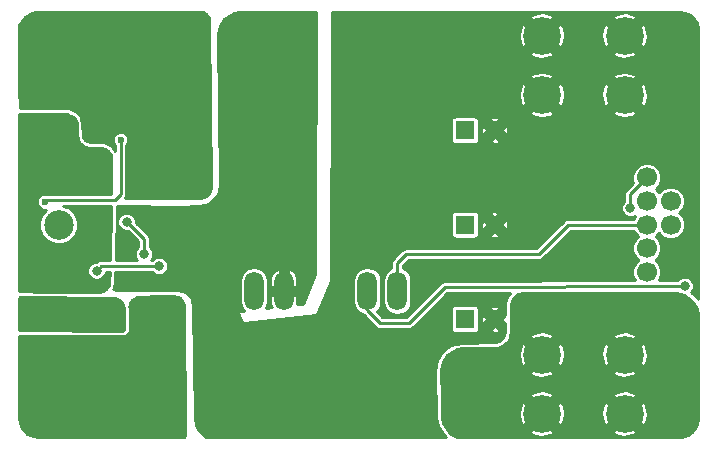
<source format=gbl>
G04 #@! TF.GenerationSoftware,KiCad,Pcbnew,(5.0.0)*
G04 #@! TF.CreationDate,2018-11-03T21:11:35-02:30*
G04 #@! TF.ProjectId,DC-DC Board,44432D444320426F6172642E6B696361,rev?*
G04 #@! TF.SameCoordinates,Original*
G04 #@! TF.FileFunction,Copper,L2,Bot,Mixed*
G04 #@! TF.FilePolarity,Positive*
%FSLAX46Y46*%
G04 Gerber Fmt 4.6, Leading zero omitted, Abs format (unit mm)*
G04 Created by KiCad (PCBNEW (5.0.0)) date 11/03/18 21:11:35*
%MOMM*%
%LPD*%
G01*
G04 APERTURE LIST*
G04 #@! TA.AperFunction,ComponentPad*
%ADD10O,1.638300X3.276600*%
G04 #@! TD*
G04 #@! TA.AperFunction,ComponentPad*
%ADD11C,1.500000*%
G04 #@! TD*
G04 #@! TA.AperFunction,ComponentPad*
%ADD12C,1.700000*%
G04 #@! TD*
G04 #@! TA.AperFunction,ComponentPad*
%ADD13C,3.500000*%
G04 #@! TD*
G04 #@! TA.AperFunction,ComponentPad*
%ADD14C,2.500000*%
G04 #@! TD*
G04 #@! TA.AperFunction,ComponentPad*
%ADD15C,3.200000*%
G04 #@! TD*
G04 #@! TA.AperFunction,ComponentPad*
%ADD16R,1.600000X1.600000*%
G04 #@! TD*
G04 #@! TA.AperFunction,ComponentPad*
%ADD17C,1.600000*%
G04 #@! TD*
G04 #@! TA.AperFunction,ViaPad*
%ADD18C,0.600000*%
G04 #@! TD*
G04 #@! TA.AperFunction,ViaPad*
%ADD19C,0.800000*%
G04 #@! TD*
G04 #@! TA.AperFunction,Conductor*
%ADD20C,0.250000*%
G04 #@! TD*
G04 #@! TA.AperFunction,Conductor*
%ADD21C,0.254000*%
G04 #@! TD*
G04 APERTURE END LIST*
D10*
G04 #@! TO.P,J6,1*
G04 #@! TO.N,VIOUT*
X91130000Y-55620000D03*
G04 #@! TO.P,J6,2*
G04 #@! TO.N,GND*
X93670000Y-55620000D03*
G04 #@! TD*
D11*
G04 #@! TO.P,U1,15*
G04 #@! TO.N,GND*
X126400000Y-54000000D03*
D12*
G04 #@! TO.P,U1,14*
G04 #@! TO.N,Net-(U1-Pad14)*
X124400000Y-54000000D03*
G04 #@! TO.P,U1,12*
G04 #@! TO.N,Net-(U1-Pad12)*
X124400000Y-52000000D03*
G04 #@! TO.P,U1,13*
G04 #@! TO.N,GND*
X126400000Y-52000000D03*
G04 #@! TO.P,U1,10*
G04 #@! TO.N,SCL*
X124400000Y-50000000D03*
G04 #@! TO.P,U1,11*
G04 #@! TO.N,SDA*
X126400000Y-50000000D03*
G04 #@! TO.P,U1,9*
G04 #@! TO.N,Net-(C3-Pad1)*
X126400000Y-48000000D03*
G04 #@! TO.P,U1,8*
G04 #@! TO.N,Net-(C4-Pad1)*
X124400000Y-48000000D03*
G04 #@! TO.P,U1,7*
G04 #@! TO.N,GND*
X126400000Y-46000000D03*
G04 #@! TO.P,U1,6*
G04 #@! TO.N,+12V*
X124400000Y-46000000D03*
D13*
G04 #@! TO.P,U1,16*
X125400000Y-57620000D03*
G04 #@! TO.P,U1,5*
G04 #@! TO.N,GND*
X125400000Y-42380000D03*
D14*
G04 #@! TO.P,U1,1*
G04 #@! TO.N,Net-(D1-Pad2)*
X74600000Y-57620000D03*
G04 #@! TO.P,U1,2*
G04 #@! TO.N,Net-(R9-Pad1)*
X74600000Y-50000000D03*
G04 #@! TO.P,U1,4*
G04 #@! TO.N,Earth*
X74600000Y-42380000D03*
G04 #@! TD*
D15*
G04 #@! TO.P,J1,1*
G04 #@! TO.N,Net-(J1-Pad1)*
X76495000Y-34000000D03*
X83505000Y-34000000D03*
X83505000Y-39000000D03*
X76495000Y-39000000D03*
G04 #@! TD*
G04 #@! TO.P,J2,1*
G04 #@! TO.N,/+48V*
X76495000Y-61000000D03*
X83505000Y-61000000D03*
X83505000Y-66000000D03*
X76495000Y-66000000D03*
G04 #@! TD*
G04 #@! TO.P,J3,1*
G04 #@! TO.N,GND*
X115495000Y-34000000D03*
X122505000Y-34000000D03*
X122505000Y-39000000D03*
X115495000Y-39000000D03*
G04 #@! TD*
G04 #@! TO.P,J4,1*
G04 #@! TO.N,+12V*
X115495000Y-61000000D03*
X122505000Y-61000000D03*
X122505000Y-66000000D03*
X115495000Y-66000000D03*
G04 #@! TD*
D16*
G04 #@! TO.P,C6,1*
G04 #@! TO.N,+12V*
X109000000Y-58000000D03*
D17*
G04 #@! TO.P,C6,2*
G04 #@! TO.N,GND*
X111500000Y-58000000D03*
G04 #@! TD*
D16*
G04 #@! TO.P,C8,1*
G04 #@! TO.N,+12V*
X109000000Y-42000000D03*
D17*
G04 #@! TO.P,C8,2*
G04 #@! TO.N,GND*
X111500000Y-42000000D03*
G04 #@! TD*
D16*
G04 #@! TO.P,C10,1*
G04 #@! TO.N,+12V*
X109000000Y-50000000D03*
D17*
G04 #@! TO.P,C10,2*
G04 #@! TO.N,GND*
X111500000Y-50000000D03*
G04 #@! TD*
D10*
G04 #@! TO.P,J5,2*
G04 #@! TO.N,SCL*
X103270000Y-55620000D03*
G04 #@! TO.P,J5,1*
G04 #@! TO.N,SDA*
X100730000Y-55620000D03*
G04 #@! TD*
D18*
G04 #@! TO.N,/+48V*
X81100000Y-58200000D03*
X82700000Y-57300000D03*
X82800000Y-58700000D03*
X81000000Y-59700000D03*
D19*
X79140000Y-61010000D03*
X80820000Y-62480000D03*
X79200000Y-65400000D03*
X80670000Y-66760000D03*
X84380000Y-63520000D03*
X75250000Y-63510000D03*
X73740000Y-67210000D03*
X72340000Y-65560000D03*
X73970000Y-64630000D03*
X72390000Y-62510000D03*
X73720000Y-60550000D03*
X81800000Y-64000000D03*
X77700000Y-63500000D03*
G04 #@! TO.N,+12V*
X123000000Y-48600008D03*
X127650000Y-66820000D03*
X125260000Y-65370000D03*
X127360000Y-62240000D03*
X125480000Y-61060000D03*
X127850000Y-59710000D03*
X124140000Y-63400000D03*
X120980000Y-63370000D03*
X117300000Y-63450000D03*
X113600000Y-63440000D03*
X118390000Y-67130000D03*
X119400000Y-64940000D03*
X119020000Y-62120000D03*
X120030000Y-60270000D03*
X117860000Y-59040000D03*
X122380000Y-58200000D03*
X116320000Y-56360000D03*
X114520000Y-58240000D03*
X112700000Y-62000000D03*
X110900000Y-63600000D03*
X108500000Y-62200000D03*
X108180000Y-64330000D03*
X111590000Y-65410000D03*
X109190000Y-66650000D03*
X112740000Y-67100000D03*
X119970000Y-57660000D03*
X122500000Y-56340000D03*
X127490000Y-64520000D03*
G04 #@! TO.N,GND*
X122000000Y-51725000D03*
X98050000Y-57900000D03*
X99800000Y-65500002D03*
X93750000Y-65050000D03*
X101900000Y-59900000D03*
X80512653Y-52612653D03*
X83290000Y-55010000D03*
X121200000Y-48500000D03*
X115210000Y-42710000D03*
X116940000Y-41480000D03*
X119430000Y-42510000D03*
X122670000Y-41650000D03*
X119000000Y-39770000D03*
X120040000Y-37890000D03*
X117190000Y-36500000D03*
X114200000Y-36540000D03*
X118410000Y-34480000D03*
X117650000Y-32830000D03*
X119880000Y-32830000D03*
X119900000Y-36000000D03*
X122174000Y-36420000D03*
X125220000Y-38550000D03*
X127840000Y-40640000D03*
X127600000Y-37800000D03*
X125984000Y-35052000D03*
X127762000Y-33528000D03*
X125580000Y-33240000D03*
X88700000Y-51925000D03*
X103825000Y-65475000D03*
X91625000Y-58775000D03*
G04 #@! TO.N,Earth*
X72750000Y-51450000D03*
X77740000Y-44000000D03*
X77760000Y-45200000D03*
X76120000Y-44820000D03*
X74440000Y-45740000D03*
X73630000Y-44330000D03*
X72350001Y-45590000D03*
X71860000Y-43390000D03*
X72500000Y-41420000D03*
G04 #@! TO.N,+3V3*
X77800000Y-53900000D03*
X83100000Y-53500000D03*
G04 #@! TO.N,SDA*
X127600000Y-55200000D03*
G04 #@! TO.N,Net-(R8-Pad2)*
X81800000Y-52500000D03*
X80350000Y-49750000D03*
D18*
G04 #@! TO.N,Net-(D1-Pad2)*
X76900000Y-58500000D03*
X76600000Y-56700000D03*
X77800000Y-57300000D03*
X78600000Y-58500000D03*
G04 #@! TO.N,Net-(Q1-Pad1)*
X79850000Y-42800000D03*
X73430000Y-48060000D03*
D19*
G04 #@! TO.N,Net-(J1-Pad1)*
X81550000Y-46070000D03*
X83990000Y-46110000D03*
X86370000Y-46100000D03*
X86350000Y-44120000D03*
X83990000Y-44090000D03*
X81520000Y-44170000D03*
X86340000Y-42370000D03*
X84050000Y-42340000D03*
X81510000Y-42370000D03*
X72000000Y-38300000D03*
X74930000Y-37084000D03*
X72000000Y-33100000D03*
X74200000Y-32600000D03*
X79830000Y-32790000D03*
X78890000Y-35600000D03*
X81120000Y-37340000D03*
X79500000Y-39890000D03*
X86480000Y-40100000D03*
X85440000Y-36720000D03*
X86500000Y-32900000D03*
X73500000Y-34500000D03*
X80700000Y-34100000D03*
X77300000Y-36600000D03*
X82500000Y-36400000D03*
X86500000Y-35200000D03*
X73500000Y-39300000D03*
X86300000Y-38000000D03*
G04 #@! TD*
D20*
G04 #@! TO.N,+12V*
X124400000Y-46000000D02*
X123000000Y-47400000D01*
X123000000Y-47400000D02*
X123000000Y-48034323D01*
X123000000Y-48034323D02*
X123000000Y-48600008D01*
G04 #@! TO.N,Earth*
X73350001Y-43629999D02*
X74600000Y-42380000D01*
X72350001Y-51050001D02*
X72350001Y-45590000D01*
X72750000Y-51450000D02*
X72350001Y-51050001D01*
X72350001Y-44629999D02*
X73350001Y-43629999D01*
X72350001Y-45590000D02*
X72350001Y-44629999D01*
G04 #@! TO.N,+3V3*
X78199999Y-53500001D02*
X77800000Y-53900000D01*
X83100000Y-53500000D02*
X78199999Y-53500001D01*
G04 #@! TO.N,SDA*
X107300000Y-55275000D02*
X127600000Y-55200000D01*
X104250000Y-58325000D02*
X107300000Y-55275000D01*
X101800000Y-58325000D02*
X104250000Y-58325000D01*
X100730000Y-55620000D02*
X100730000Y-57255000D01*
X100730000Y-57255000D02*
X101800000Y-58325000D01*
G04 #@! TO.N,SCL*
X117750000Y-50000000D02*
X124400000Y-50000000D01*
X115250000Y-52500000D02*
X117750000Y-50000000D01*
X104011700Y-52500000D02*
X115250000Y-52500000D01*
X103270000Y-53241700D02*
X103270000Y-55620000D01*
X104011700Y-52500000D02*
X103270000Y-53241700D01*
G04 #@! TO.N,Net-(R8-Pad2)*
X81800000Y-52500000D02*
X81800000Y-51200000D01*
X81800000Y-51200000D02*
X80749999Y-50149999D01*
X80749999Y-50149999D02*
X80350000Y-49750000D01*
G04 #@! TO.N,Net-(Q1-Pad1)*
X73590000Y-47900000D02*
X73430000Y-48060000D01*
X79360000Y-47900000D02*
X73590000Y-47900000D01*
X79850000Y-42800000D02*
X79850000Y-47410000D01*
X79850000Y-47410000D02*
X79360000Y-47900000D01*
G04 #@! TD*
D21*
G04 #@! TO.N,GND*
G36*
X96298002Y-51249306D02*
X96298005Y-51251085D01*
X96322791Y-54151063D01*
X95310138Y-56682696D01*
X94816150Y-56740812D01*
X94816150Y-55993000D01*
X94043000Y-55993000D01*
X94043000Y-56013000D01*
X93297000Y-56013000D01*
X93297000Y-55993000D01*
X92523850Y-55993000D01*
X92523850Y-56812150D01*
X92628169Y-56998222D01*
X92158083Y-57053526D01*
X92256748Y-56905864D01*
X92326150Y-56556956D01*
X92326150Y-54683044D01*
X92275389Y-54427850D01*
X92523850Y-54427850D01*
X92523850Y-55247000D01*
X93297000Y-55247000D01*
X93297000Y-53803946D01*
X94043000Y-53803946D01*
X94043000Y-55247000D01*
X94816150Y-55247000D01*
X94816150Y-54427850D01*
X94586164Y-54017630D01*
X94207945Y-53788785D01*
X94043000Y-53803946D01*
X93297000Y-53803946D01*
X93132055Y-53788785D01*
X92753836Y-54017630D01*
X92523850Y-54427850D01*
X92275389Y-54427850D01*
X92256748Y-54334136D01*
X91992375Y-53938475D01*
X91596713Y-53674102D01*
X91130000Y-53581267D01*
X90663286Y-53674102D01*
X90267625Y-53938475D01*
X90003252Y-54334137D01*
X89933850Y-54683045D01*
X89933850Y-56556956D01*
X90003253Y-56905864D01*
X90251772Y-57277798D01*
X89860161Y-57323870D01*
X89819684Y-57335680D01*
X89780146Y-57365550D01*
X89755049Y-57408278D01*
X89748213Y-57457357D01*
X89760680Y-57505316D01*
X90135680Y-58280316D01*
X90170975Y-58324419D01*
X90215036Y-58347092D01*
X90264420Y-58351179D01*
X96389420Y-57651179D01*
X96423058Y-57642556D01*
X96464386Y-57615217D01*
X96492107Y-57574143D01*
X97667107Y-54774143D01*
X97676999Y-54725396D01*
X97694230Y-49200000D01*
X107815615Y-49200000D01*
X107815615Y-50800000D01*
X107844875Y-50947098D01*
X107928199Y-51071801D01*
X108052902Y-51155125D01*
X108200000Y-51184385D01*
X109800000Y-51184385D01*
X109947098Y-51155125D01*
X110071801Y-51071801D01*
X110139234Y-50970880D01*
X111056622Y-50970880D01*
X111162926Y-51098528D01*
X111608973Y-51143900D01*
X111837074Y-51098528D01*
X111943378Y-50970880D01*
X111500000Y-50527502D01*
X111056622Y-50970880D01*
X110139234Y-50970880D01*
X110155125Y-50947098D01*
X110184385Y-50800000D01*
X110184385Y-50108973D01*
X110356100Y-50108973D01*
X110401472Y-50337074D01*
X110529120Y-50443378D01*
X110972498Y-50000000D01*
X112027502Y-50000000D01*
X112470880Y-50443378D01*
X112598528Y-50337074D01*
X112643900Y-49891027D01*
X112598528Y-49662926D01*
X112470880Y-49556622D01*
X112027502Y-50000000D01*
X110972498Y-50000000D01*
X110529120Y-49556622D01*
X110401472Y-49662926D01*
X110356100Y-50108973D01*
X110184385Y-50108973D01*
X110184385Y-49200000D01*
X110155125Y-49052902D01*
X110139235Y-49029120D01*
X111056622Y-49029120D01*
X111500000Y-49472498D01*
X111943378Y-49029120D01*
X111837074Y-48901472D01*
X111391027Y-48856100D01*
X111162926Y-48901472D01*
X111056622Y-49029120D01*
X110139235Y-49029120D01*
X110071801Y-48928199D01*
X109947098Y-48844875D01*
X109800000Y-48815615D01*
X108200000Y-48815615D01*
X108052902Y-48844875D01*
X107928199Y-48928199D01*
X107844875Y-49052902D01*
X107815615Y-49200000D01*
X97694230Y-49200000D01*
X97719178Y-41200000D01*
X107815615Y-41200000D01*
X107815615Y-42800000D01*
X107844875Y-42947098D01*
X107928199Y-43071801D01*
X108052902Y-43155125D01*
X108200000Y-43184385D01*
X109800000Y-43184385D01*
X109947098Y-43155125D01*
X110071801Y-43071801D01*
X110139234Y-42970880D01*
X111056622Y-42970880D01*
X111162926Y-43098528D01*
X111608973Y-43143900D01*
X111837074Y-43098528D01*
X111943378Y-42970880D01*
X111500000Y-42527502D01*
X111056622Y-42970880D01*
X110139234Y-42970880D01*
X110155125Y-42947098D01*
X110184385Y-42800000D01*
X110184385Y-42108973D01*
X110356100Y-42108973D01*
X110401472Y-42337074D01*
X110529120Y-42443378D01*
X110972498Y-42000000D01*
X112027502Y-42000000D01*
X112470880Y-42443378D01*
X112598528Y-42337074D01*
X112643900Y-41891027D01*
X112598528Y-41662926D01*
X112470880Y-41556622D01*
X112027502Y-42000000D01*
X110972498Y-42000000D01*
X110529120Y-41556622D01*
X110401472Y-41662926D01*
X110356100Y-42108973D01*
X110184385Y-42108973D01*
X110184385Y-41200000D01*
X110155125Y-41052902D01*
X110139235Y-41029120D01*
X111056622Y-41029120D01*
X111500000Y-41472498D01*
X111943378Y-41029120D01*
X111837074Y-40901472D01*
X111391027Y-40856100D01*
X111162926Y-40901472D01*
X111056622Y-41029120D01*
X110139235Y-41029120D01*
X110071801Y-40928199D01*
X109947098Y-40844875D01*
X109800000Y-40815615D01*
X108200000Y-40815615D01*
X108052902Y-40844875D01*
X107928199Y-40928199D01*
X107844875Y-41052902D01*
X107815615Y-41200000D01*
X97719178Y-41200000D01*
X97721146Y-40568850D01*
X114453652Y-40568850D01*
X114662914Y-40779854D01*
X115407373Y-40962796D01*
X116165173Y-40846920D01*
X116327086Y-40779854D01*
X116536348Y-40568850D01*
X121463652Y-40568850D01*
X121672914Y-40779854D01*
X122417373Y-40962796D01*
X123175173Y-40846920D01*
X123337086Y-40779854D01*
X123546348Y-40568850D01*
X122505000Y-39527502D01*
X121463652Y-40568850D01*
X116536348Y-40568850D01*
X115495000Y-39527502D01*
X114453652Y-40568850D01*
X97721146Y-40568850D01*
X97726312Y-38912373D01*
X113532204Y-38912373D01*
X113648080Y-39670173D01*
X113715146Y-39832086D01*
X113926150Y-40041348D01*
X114967498Y-39000000D01*
X116022502Y-39000000D01*
X117063850Y-40041348D01*
X117274854Y-39832086D01*
X117457796Y-39087627D01*
X117430998Y-38912373D01*
X120542204Y-38912373D01*
X120658080Y-39670173D01*
X120725146Y-39832086D01*
X120936150Y-40041348D01*
X121977498Y-39000000D01*
X123032502Y-39000000D01*
X124073850Y-40041348D01*
X124284854Y-39832086D01*
X124467796Y-39087627D01*
X124351920Y-38329827D01*
X124284854Y-38167914D01*
X124073850Y-37958652D01*
X123032502Y-39000000D01*
X121977498Y-39000000D01*
X120936150Y-37958652D01*
X120725146Y-38167914D01*
X120542204Y-38912373D01*
X117430998Y-38912373D01*
X117341920Y-38329827D01*
X117274854Y-38167914D01*
X117063850Y-37958652D01*
X116022502Y-39000000D01*
X114967498Y-39000000D01*
X113926150Y-37958652D01*
X113715146Y-38167914D01*
X113532204Y-38912373D01*
X97726312Y-38912373D01*
X97730931Y-37431150D01*
X114453652Y-37431150D01*
X115495000Y-38472498D01*
X116536348Y-37431150D01*
X121463652Y-37431150D01*
X122505000Y-38472498D01*
X123546348Y-37431150D01*
X123337086Y-37220146D01*
X122592627Y-37037204D01*
X121834827Y-37153080D01*
X121672914Y-37220146D01*
X121463652Y-37431150D01*
X116536348Y-37431150D01*
X116327086Y-37220146D01*
X115582627Y-37037204D01*
X114824827Y-37153080D01*
X114662914Y-37220146D01*
X114453652Y-37431150D01*
X97730931Y-37431150D01*
X97736738Y-35568850D01*
X114453652Y-35568850D01*
X114662914Y-35779854D01*
X115407373Y-35962796D01*
X116165173Y-35846920D01*
X116327086Y-35779854D01*
X116536348Y-35568850D01*
X121463652Y-35568850D01*
X121672914Y-35779854D01*
X122417373Y-35962796D01*
X123175173Y-35846920D01*
X123337086Y-35779854D01*
X123546348Y-35568850D01*
X122505000Y-34527502D01*
X121463652Y-35568850D01*
X116536348Y-35568850D01*
X115495000Y-34527502D01*
X114453652Y-35568850D01*
X97736738Y-35568850D01*
X97741904Y-33912373D01*
X113532204Y-33912373D01*
X113648080Y-34670173D01*
X113715146Y-34832086D01*
X113926150Y-35041348D01*
X114967498Y-34000000D01*
X116022502Y-34000000D01*
X117063850Y-35041348D01*
X117274854Y-34832086D01*
X117457796Y-34087627D01*
X117430998Y-33912373D01*
X120542204Y-33912373D01*
X120658080Y-34670173D01*
X120725146Y-34832086D01*
X120936150Y-35041348D01*
X121977498Y-34000000D01*
X123032502Y-34000000D01*
X124073850Y-35041348D01*
X124284854Y-34832086D01*
X124467796Y-34087627D01*
X124351920Y-33329827D01*
X124284854Y-33167914D01*
X124073850Y-32958652D01*
X123032502Y-34000000D01*
X121977498Y-34000000D01*
X120936150Y-32958652D01*
X120725146Y-33167914D01*
X120542204Y-33912373D01*
X117430998Y-33912373D01*
X117341920Y-33329827D01*
X117274854Y-33167914D01*
X117063850Y-32958652D01*
X116022502Y-34000000D01*
X114967498Y-34000000D01*
X113926150Y-32958652D01*
X113715146Y-33167914D01*
X113532204Y-33912373D01*
X97741904Y-33912373D01*
X97746523Y-32431150D01*
X114453652Y-32431150D01*
X115495000Y-33472498D01*
X116536348Y-32431150D01*
X121463652Y-32431150D01*
X122505000Y-33472498D01*
X123546348Y-32431150D01*
X123337086Y-32220146D01*
X122592627Y-32037204D01*
X121834827Y-32153080D01*
X121672914Y-32220146D01*
X121463652Y-32431150D01*
X116536348Y-32431150D01*
X116327086Y-32220146D01*
X115582627Y-32037204D01*
X114824827Y-32153080D01*
X114662914Y-32220146D01*
X114453652Y-32431150D01*
X97746523Y-32431150D01*
X97747753Y-32037000D01*
X127167798Y-32037000D01*
X127633178Y-32103647D01*
X128031533Y-32284769D01*
X128363041Y-32570415D01*
X128601054Y-32937623D01*
X128730914Y-33371846D01*
X128748000Y-33601769D01*
X128748001Y-56306486D01*
X128700630Y-56242425D01*
X128259020Y-55806961D01*
X128164056Y-55738776D01*
X128161405Y-55737439D01*
X128258709Y-55640135D01*
X128377000Y-55354555D01*
X128377000Y-55045445D01*
X128258709Y-54759865D01*
X128040135Y-54541291D01*
X127754555Y-54423000D01*
X127445445Y-54423000D01*
X127159865Y-54541291D01*
X127000946Y-54700210D01*
X125429222Y-54706017D01*
X125440200Y-54695039D01*
X125627000Y-54244065D01*
X125627000Y-53755935D01*
X125440200Y-53304961D01*
X125135239Y-53000000D01*
X125440200Y-52695039D01*
X125627000Y-52244065D01*
X125627000Y-51755935D01*
X125440200Y-51304961D01*
X125135239Y-51000000D01*
X125400000Y-50735239D01*
X125704961Y-51040200D01*
X126155935Y-51227000D01*
X126644065Y-51227000D01*
X127095039Y-51040200D01*
X127440200Y-50695039D01*
X127627000Y-50244065D01*
X127627000Y-49755935D01*
X127440200Y-49304961D01*
X127135239Y-49000000D01*
X127440200Y-48695039D01*
X127627000Y-48244065D01*
X127627000Y-47755935D01*
X127440200Y-47304961D01*
X127095039Y-46959800D01*
X126644065Y-46773000D01*
X126155935Y-46773000D01*
X125704961Y-46959800D01*
X125400000Y-47264761D01*
X125135239Y-47000000D01*
X125440200Y-46695039D01*
X125627000Y-46244065D01*
X125627000Y-45755935D01*
X125440200Y-45304961D01*
X125095039Y-44959800D01*
X124644065Y-44773000D01*
X124155935Y-44773000D01*
X123704961Y-44959800D01*
X123359800Y-45304961D01*
X123173000Y-45755935D01*
X123173000Y-46244065D01*
X123252960Y-46437105D01*
X122679993Y-47010073D01*
X122638079Y-47038079D01*
X122527127Y-47204131D01*
X122498000Y-47350562D01*
X122498000Y-47350566D01*
X122488167Y-47400000D01*
X122498000Y-47449434D01*
X122498001Y-47984881D01*
X122498000Y-47984885D01*
X122498000Y-48003164D01*
X122341291Y-48159873D01*
X122223000Y-48445453D01*
X122223000Y-48754563D01*
X122341291Y-49040143D01*
X122559865Y-49258717D01*
X122845445Y-49377008D01*
X123154555Y-49377008D01*
X123381938Y-49282823D01*
X123359800Y-49304961D01*
X123279840Y-49498000D01*
X117799434Y-49498000D01*
X117750000Y-49488167D01*
X117700566Y-49498000D01*
X117700561Y-49498000D01*
X117554130Y-49527127D01*
X117388079Y-49638079D01*
X117360075Y-49679990D01*
X115042066Y-51998000D01*
X104061133Y-51998000D01*
X104011699Y-51988167D01*
X103962265Y-51998000D01*
X103962261Y-51998000D01*
X103815830Y-52027127D01*
X103815828Y-52027128D01*
X103815829Y-52027128D01*
X103691690Y-52110074D01*
X103691687Y-52110077D01*
X103649779Y-52138079D01*
X103621776Y-52179988D01*
X102949993Y-52851773D01*
X102908079Y-52879779D01*
X102797127Y-53045831D01*
X102768000Y-53192262D01*
X102768000Y-53192266D01*
X102758167Y-53241700D01*
X102768000Y-53291134D01*
X102768000Y-53697679D01*
X102407625Y-53938475D01*
X102143252Y-54334137D01*
X102073850Y-54683045D01*
X102073850Y-56556956D01*
X102143253Y-56905864D01*
X102407626Y-57301525D01*
X102803287Y-57565898D01*
X103270000Y-57658733D01*
X103736714Y-57565898D01*
X104132375Y-57301525D01*
X104396748Y-56905864D01*
X104466150Y-56556956D01*
X104466150Y-54683044D01*
X104396748Y-54334136D01*
X104132375Y-53938475D01*
X103772000Y-53697680D01*
X103772000Y-53449634D01*
X104219636Y-53002000D01*
X115200566Y-53002000D01*
X115250000Y-53011833D01*
X115299434Y-53002000D01*
X115299439Y-53002000D01*
X115445870Y-52972873D01*
X115611921Y-52861921D01*
X115639927Y-52820007D01*
X117957935Y-50502000D01*
X123279840Y-50502000D01*
X123359800Y-50695039D01*
X123664761Y-51000000D01*
X123359800Y-51304961D01*
X123173000Y-51755935D01*
X123173000Y-52244065D01*
X123359800Y-52695039D01*
X123664761Y-53000000D01*
X123359800Y-53304961D01*
X123173000Y-53755935D01*
X123173000Y-54244065D01*
X123359800Y-54695039D01*
X123378355Y-54713594D01*
X107348519Y-54772818D01*
X107299999Y-54763167D01*
X107249642Y-54773184D01*
X107248707Y-54773187D01*
X107201136Y-54782832D01*
X107104129Y-54802128D01*
X107103329Y-54802663D01*
X107102385Y-54802854D01*
X107020434Y-54858051D01*
X106979990Y-54885075D01*
X106979326Y-54885739D01*
X106936745Y-54914419D01*
X106909415Y-54955650D01*
X104042066Y-57823000D01*
X102007935Y-57823000D01*
X101528883Y-57343949D01*
X101592375Y-57301525D01*
X101856748Y-56905864D01*
X101926150Y-56556956D01*
X101926150Y-54683044D01*
X101856748Y-54334136D01*
X101592375Y-53938475D01*
X101196713Y-53674102D01*
X100730000Y-53581267D01*
X100263286Y-53674102D01*
X99867625Y-53938475D01*
X99603252Y-54334137D01*
X99533850Y-54683045D01*
X99533850Y-56556956D01*
X99603253Y-56905864D01*
X99867626Y-57301525D01*
X100263287Y-57565898D01*
X100344825Y-57582117D01*
X100368080Y-57616921D01*
X100409991Y-57644925D01*
X101410075Y-58645010D01*
X101438079Y-58686921D01*
X101479990Y-58714925D01*
X101479991Y-58714926D01*
X101604129Y-58797873D01*
X101635329Y-58804079D01*
X101750561Y-58827000D01*
X101750565Y-58827000D01*
X101800000Y-58836833D01*
X101849435Y-58827000D01*
X104200566Y-58827000D01*
X104250000Y-58836833D01*
X104299434Y-58827000D01*
X104299439Y-58827000D01*
X104445870Y-58797873D01*
X104611921Y-58686921D01*
X104639927Y-58645007D01*
X106084934Y-57200000D01*
X107815615Y-57200000D01*
X107815615Y-58800000D01*
X107844875Y-58947098D01*
X107928199Y-59071801D01*
X108052902Y-59155125D01*
X108200000Y-59184385D01*
X109800000Y-59184385D01*
X109947098Y-59155125D01*
X110071801Y-59071801D01*
X110139234Y-58970880D01*
X111056622Y-58970880D01*
X111162926Y-59098528D01*
X111608973Y-59143900D01*
X111837074Y-59098528D01*
X111943378Y-58970880D01*
X111500000Y-58527502D01*
X111056622Y-58970880D01*
X110139234Y-58970880D01*
X110155125Y-58947098D01*
X110184385Y-58800000D01*
X110184385Y-58108973D01*
X110356100Y-58108973D01*
X110401472Y-58337074D01*
X110529120Y-58443378D01*
X110972498Y-58000000D01*
X110529120Y-57556622D01*
X110401472Y-57662926D01*
X110356100Y-58108973D01*
X110184385Y-58108973D01*
X110184385Y-57200000D01*
X110155125Y-57052902D01*
X110139235Y-57029120D01*
X111056622Y-57029120D01*
X111500000Y-57472498D01*
X111943378Y-57029120D01*
X111837074Y-56901472D01*
X111391027Y-56856100D01*
X111162926Y-56901472D01*
X111056622Y-57029120D01*
X110139235Y-57029120D01*
X110071801Y-56928199D01*
X109947098Y-56844875D01*
X109800000Y-56815615D01*
X108200000Y-56815615D01*
X108052902Y-56844875D01*
X107928199Y-56928199D01*
X107844875Y-57052902D01*
X107815615Y-57200000D01*
X106084934Y-57200000D01*
X107508703Y-55776232D01*
X112845849Y-55756513D01*
X112799006Y-55802872D01*
X112562673Y-56151646D01*
X112505699Y-56286220D01*
X112419754Y-56698664D01*
X112411846Y-56771654D01*
X112402985Y-57624517D01*
X112027502Y-58000000D01*
X112400651Y-58373149D01*
X112400651Y-59027008D01*
X112330160Y-59386278D01*
X112149637Y-59661073D01*
X111878659Y-59847283D01*
X111520933Y-59925242D01*
X108784765Y-59982246D01*
X108735397Y-59986532D01*
X108216835Y-60066162D01*
X108121899Y-60093863D01*
X107641887Y-60305607D01*
X107557422Y-60357044D01*
X107148990Y-60686332D01*
X107080806Y-60757965D01*
X106772059Y-61182139D01*
X106724851Y-61269038D01*
X106537035Y-61758908D01*
X106514048Y-61855094D01*
X106460087Y-62376951D01*
X106458241Y-62426471D01*
X106568200Y-66283260D01*
X106574269Y-66340726D01*
X106684871Y-66941944D01*
X106722795Y-67050756D01*
X107009837Y-67590480D01*
X107078857Y-67682754D01*
X107364904Y-67963000D01*
X87083660Y-67963000D01*
X86864233Y-67847856D01*
X86461183Y-67440556D01*
X86200259Y-66930390D01*
X86104301Y-66355432D01*
X85993820Y-56894430D01*
X85991129Y-56869865D01*
X85889057Y-56382775D01*
X85869836Y-56337497D01*
X85590332Y-55925728D01*
X85555347Y-55891149D01*
X85140343Y-55616473D01*
X85094844Y-55597782D01*
X84606595Y-55501404D01*
X84582000Y-55499000D01*
X79470025Y-55499000D01*
X79206897Y-55464451D01*
X79246519Y-55406428D01*
X79303863Y-55272590D01*
X79384550Y-54894887D01*
X79392820Y-54822207D01*
X79406049Y-54002000D01*
X82503155Y-54001999D01*
X82659865Y-54158709D01*
X82945445Y-54277000D01*
X83254555Y-54277000D01*
X83540135Y-54158709D01*
X83758709Y-53940135D01*
X83877000Y-53654555D01*
X83877000Y-53345445D01*
X83758709Y-53059865D01*
X83540135Y-52841291D01*
X83254555Y-52723000D01*
X82945445Y-52723000D01*
X82659865Y-52841291D01*
X82503156Y-52998000D01*
X82400844Y-52998000D01*
X82458709Y-52940135D01*
X82577000Y-52654555D01*
X82577000Y-52345445D01*
X82458709Y-52059865D01*
X82302000Y-51903156D01*
X82302000Y-51249434D01*
X82311833Y-51200000D01*
X82302000Y-51150566D01*
X82302000Y-51150561D01*
X82272873Y-51004130D01*
X82161921Y-50838079D01*
X82120010Y-50810075D01*
X81139927Y-49829993D01*
X81139925Y-49829990D01*
X81127000Y-49817065D01*
X81127000Y-49595445D01*
X81008709Y-49309865D01*
X80790135Y-49091291D01*
X80504555Y-48973000D01*
X80195445Y-48973000D01*
X79909865Y-49091291D01*
X79691291Y-49309865D01*
X79573000Y-49595445D01*
X79573000Y-49904555D01*
X79691291Y-50190135D01*
X79909865Y-50408709D01*
X80195445Y-50527000D01*
X80417065Y-50527000D01*
X80429990Y-50539925D01*
X80429993Y-50539927D01*
X81298001Y-51407936D01*
X81298000Y-51903156D01*
X81141291Y-52059865D01*
X81023000Y-52345445D01*
X81023000Y-52654555D01*
X81141291Y-52940135D01*
X81199157Y-52998001D01*
X79422243Y-52998001D01*
X79495540Y-48453568D01*
X79993470Y-48438188D01*
X80069370Y-48437332D01*
X84809289Y-48476749D01*
X84811172Y-48476750D01*
X84870476Y-48476364D01*
X84872359Y-48476338D01*
X86482710Y-48441971D01*
X86502402Y-48440009D01*
X87009605Y-48349115D01*
X87046893Y-48336204D01*
X87501716Y-48094019D01*
X87533242Y-48070287D01*
X87891775Y-47700191D01*
X87914495Y-47667929D01*
X88142127Y-47205651D01*
X88153847Y-47167971D01*
X88228601Y-46658139D01*
X88229938Y-46638395D01*
X88097878Y-33937242D01*
X88157644Y-33443730D01*
X88339982Y-32990301D01*
X88633477Y-32599523D01*
X89018117Y-32298035D01*
X89467689Y-32106384D01*
X89956020Y-32037000D01*
X96402971Y-32037000D01*
X96298002Y-51249306D01*
X96298002Y-51249306D01*
G37*
X96298002Y-51249306D02*
X96298005Y-51251085D01*
X96322791Y-54151063D01*
X95310138Y-56682696D01*
X94816150Y-56740812D01*
X94816150Y-55993000D01*
X94043000Y-55993000D01*
X94043000Y-56013000D01*
X93297000Y-56013000D01*
X93297000Y-55993000D01*
X92523850Y-55993000D01*
X92523850Y-56812150D01*
X92628169Y-56998222D01*
X92158083Y-57053526D01*
X92256748Y-56905864D01*
X92326150Y-56556956D01*
X92326150Y-54683044D01*
X92275389Y-54427850D01*
X92523850Y-54427850D01*
X92523850Y-55247000D01*
X93297000Y-55247000D01*
X93297000Y-53803946D01*
X94043000Y-53803946D01*
X94043000Y-55247000D01*
X94816150Y-55247000D01*
X94816150Y-54427850D01*
X94586164Y-54017630D01*
X94207945Y-53788785D01*
X94043000Y-53803946D01*
X93297000Y-53803946D01*
X93132055Y-53788785D01*
X92753836Y-54017630D01*
X92523850Y-54427850D01*
X92275389Y-54427850D01*
X92256748Y-54334136D01*
X91992375Y-53938475D01*
X91596713Y-53674102D01*
X91130000Y-53581267D01*
X90663286Y-53674102D01*
X90267625Y-53938475D01*
X90003252Y-54334137D01*
X89933850Y-54683045D01*
X89933850Y-56556956D01*
X90003253Y-56905864D01*
X90251772Y-57277798D01*
X89860161Y-57323870D01*
X89819684Y-57335680D01*
X89780146Y-57365550D01*
X89755049Y-57408278D01*
X89748213Y-57457357D01*
X89760680Y-57505316D01*
X90135680Y-58280316D01*
X90170975Y-58324419D01*
X90215036Y-58347092D01*
X90264420Y-58351179D01*
X96389420Y-57651179D01*
X96423058Y-57642556D01*
X96464386Y-57615217D01*
X96492107Y-57574143D01*
X97667107Y-54774143D01*
X97676999Y-54725396D01*
X97694230Y-49200000D01*
X107815615Y-49200000D01*
X107815615Y-50800000D01*
X107844875Y-50947098D01*
X107928199Y-51071801D01*
X108052902Y-51155125D01*
X108200000Y-51184385D01*
X109800000Y-51184385D01*
X109947098Y-51155125D01*
X110071801Y-51071801D01*
X110139234Y-50970880D01*
X111056622Y-50970880D01*
X111162926Y-51098528D01*
X111608973Y-51143900D01*
X111837074Y-51098528D01*
X111943378Y-50970880D01*
X111500000Y-50527502D01*
X111056622Y-50970880D01*
X110139234Y-50970880D01*
X110155125Y-50947098D01*
X110184385Y-50800000D01*
X110184385Y-50108973D01*
X110356100Y-50108973D01*
X110401472Y-50337074D01*
X110529120Y-50443378D01*
X110972498Y-50000000D01*
X112027502Y-50000000D01*
X112470880Y-50443378D01*
X112598528Y-50337074D01*
X112643900Y-49891027D01*
X112598528Y-49662926D01*
X112470880Y-49556622D01*
X112027502Y-50000000D01*
X110972498Y-50000000D01*
X110529120Y-49556622D01*
X110401472Y-49662926D01*
X110356100Y-50108973D01*
X110184385Y-50108973D01*
X110184385Y-49200000D01*
X110155125Y-49052902D01*
X110139235Y-49029120D01*
X111056622Y-49029120D01*
X111500000Y-49472498D01*
X111943378Y-49029120D01*
X111837074Y-48901472D01*
X111391027Y-48856100D01*
X111162926Y-48901472D01*
X111056622Y-49029120D01*
X110139235Y-49029120D01*
X110071801Y-48928199D01*
X109947098Y-48844875D01*
X109800000Y-48815615D01*
X108200000Y-48815615D01*
X108052902Y-48844875D01*
X107928199Y-48928199D01*
X107844875Y-49052902D01*
X107815615Y-49200000D01*
X97694230Y-49200000D01*
X97719178Y-41200000D01*
X107815615Y-41200000D01*
X107815615Y-42800000D01*
X107844875Y-42947098D01*
X107928199Y-43071801D01*
X108052902Y-43155125D01*
X108200000Y-43184385D01*
X109800000Y-43184385D01*
X109947098Y-43155125D01*
X110071801Y-43071801D01*
X110139234Y-42970880D01*
X111056622Y-42970880D01*
X111162926Y-43098528D01*
X111608973Y-43143900D01*
X111837074Y-43098528D01*
X111943378Y-42970880D01*
X111500000Y-42527502D01*
X111056622Y-42970880D01*
X110139234Y-42970880D01*
X110155125Y-42947098D01*
X110184385Y-42800000D01*
X110184385Y-42108973D01*
X110356100Y-42108973D01*
X110401472Y-42337074D01*
X110529120Y-42443378D01*
X110972498Y-42000000D01*
X112027502Y-42000000D01*
X112470880Y-42443378D01*
X112598528Y-42337074D01*
X112643900Y-41891027D01*
X112598528Y-41662926D01*
X112470880Y-41556622D01*
X112027502Y-42000000D01*
X110972498Y-42000000D01*
X110529120Y-41556622D01*
X110401472Y-41662926D01*
X110356100Y-42108973D01*
X110184385Y-42108973D01*
X110184385Y-41200000D01*
X110155125Y-41052902D01*
X110139235Y-41029120D01*
X111056622Y-41029120D01*
X111500000Y-41472498D01*
X111943378Y-41029120D01*
X111837074Y-40901472D01*
X111391027Y-40856100D01*
X111162926Y-40901472D01*
X111056622Y-41029120D01*
X110139235Y-41029120D01*
X110071801Y-40928199D01*
X109947098Y-40844875D01*
X109800000Y-40815615D01*
X108200000Y-40815615D01*
X108052902Y-40844875D01*
X107928199Y-40928199D01*
X107844875Y-41052902D01*
X107815615Y-41200000D01*
X97719178Y-41200000D01*
X97721146Y-40568850D01*
X114453652Y-40568850D01*
X114662914Y-40779854D01*
X115407373Y-40962796D01*
X116165173Y-40846920D01*
X116327086Y-40779854D01*
X116536348Y-40568850D01*
X121463652Y-40568850D01*
X121672914Y-40779854D01*
X122417373Y-40962796D01*
X123175173Y-40846920D01*
X123337086Y-40779854D01*
X123546348Y-40568850D01*
X122505000Y-39527502D01*
X121463652Y-40568850D01*
X116536348Y-40568850D01*
X115495000Y-39527502D01*
X114453652Y-40568850D01*
X97721146Y-40568850D01*
X97726312Y-38912373D01*
X113532204Y-38912373D01*
X113648080Y-39670173D01*
X113715146Y-39832086D01*
X113926150Y-40041348D01*
X114967498Y-39000000D01*
X116022502Y-39000000D01*
X117063850Y-40041348D01*
X117274854Y-39832086D01*
X117457796Y-39087627D01*
X117430998Y-38912373D01*
X120542204Y-38912373D01*
X120658080Y-39670173D01*
X120725146Y-39832086D01*
X120936150Y-40041348D01*
X121977498Y-39000000D01*
X123032502Y-39000000D01*
X124073850Y-40041348D01*
X124284854Y-39832086D01*
X124467796Y-39087627D01*
X124351920Y-38329827D01*
X124284854Y-38167914D01*
X124073850Y-37958652D01*
X123032502Y-39000000D01*
X121977498Y-39000000D01*
X120936150Y-37958652D01*
X120725146Y-38167914D01*
X120542204Y-38912373D01*
X117430998Y-38912373D01*
X117341920Y-38329827D01*
X117274854Y-38167914D01*
X117063850Y-37958652D01*
X116022502Y-39000000D01*
X114967498Y-39000000D01*
X113926150Y-37958652D01*
X113715146Y-38167914D01*
X113532204Y-38912373D01*
X97726312Y-38912373D01*
X97730931Y-37431150D01*
X114453652Y-37431150D01*
X115495000Y-38472498D01*
X116536348Y-37431150D01*
X121463652Y-37431150D01*
X122505000Y-38472498D01*
X123546348Y-37431150D01*
X123337086Y-37220146D01*
X122592627Y-37037204D01*
X121834827Y-37153080D01*
X121672914Y-37220146D01*
X121463652Y-37431150D01*
X116536348Y-37431150D01*
X116327086Y-37220146D01*
X115582627Y-37037204D01*
X114824827Y-37153080D01*
X114662914Y-37220146D01*
X114453652Y-37431150D01*
X97730931Y-37431150D01*
X97736738Y-35568850D01*
X114453652Y-35568850D01*
X114662914Y-35779854D01*
X115407373Y-35962796D01*
X116165173Y-35846920D01*
X116327086Y-35779854D01*
X116536348Y-35568850D01*
X121463652Y-35568850D01*
X121672914Y-35779854D01*
X122417373Y-35962796D01*
X123175173Y-35846920D01*
X123337086Y-35779854D01*
X123546348Y-35568850D01*
X122505000Y-34527502D01*
X121463652Y-35568850D01*
X116536348Y-35568850D01*
X115495000Y-34527502D01*
X114453652Y-35568850D01*
X97736738Y-35568850D01*
X97741904Y-33912373D01*
X113532204Y-33912373D01*
X113648080Y-34670173D01*
X113715146Y-34832086D01*
X113926150Y-35041348D01*
X114967498Y-34000000D01*
X116022502Y-34000000D01*
X117063850Y-35041348D01*
X117274854Y-34832086D01*
X117457796Y-34087627D01*
X117430998Y-33912373D01*
X120542204Y-33912373D01*
X120658080Y-34670173D01*
X120725146Y-34832086D01*
X120936150Y-35041348D01*
X121977498Y-34000000D01*
X123032502Y-34000000D01*
X124073850Y-35041348D01*
X124284854Y-34832086D01*
X124467796Y-34087627D01*
X124351920Y-33329827D01*
X124284854Y-33167914D01*
X124073850Y-32958652D01*
X123032502Y-34000000D01*
X121977498Y-34000000D01*
X120936150Y-32958652D01*
X120725146Y-33167914D01*
X120542204Y-33912373D01*
X117430998Y-33912373D01*
X117341920Y-33329827D01*
X117274854Y-33167914D01*
X117063850Y-32958652D01*
X116022502Y-34000000D01*
X114967498Y-34000000D01*
X113926150Y-32958652D01*
X113715146Y-33167914D01*
X113532204Y-33912373D01*
X97741904Y-33912373D01*
X97746523Y-32431150D01*
X114453652Y-32431150D01*
X115495000Y-33472498D01*
X116536348Y-32431150D01*
X121463652Y-32431150D01*
X122505000Y-33472498D01*
X123546348Y-32431150D01*
X123337086Y-32220146D01*
X122592627Y-32037204D01*
X121834827Y-32153080D01*
X121672914Y-32220146D01*
X121463652Y-32431150D01*
X116536348Y-32431150D01*
X116327086Y-32220146D01*
X115582627Y-32037204D01*
X114824827Y-32153080D01*
X114662914Y-32220146D01*
X114453652Y-32431150D01*
X97746523Y-32431150D01*
X97747753Y-32037000D01*
X127167798Y-32037000D01*
X127633178Y-32103647D01*
X128031533Y-32284769D01*
X128363041Y-32570415D01*
X128601054Y-32937623D01*
X128730914Y-33371846D01*
X128748000Y-33601769D01*
X128748001Y-56306486D01*
X128700630Y-56242425D01*
X128259020Y-55806961D01*
X128164056Y-55738776D01*
X128161405Y-55737439D01*
X128258709Y-55640135D01*
X128377000Y-55354555D01*
X128377000Y-55045445D01*
X128258709Y-54759865D01*
X128040135Y-54541291D01*
X127754555Y-54423000D01*
X127445445Y-54423000D01*
X127159865Y-54541291D01*
X127000946Y-54700210D01*
X125429222Y-54706017D01*
X125440200Y-54695039D01*
X125627000Y-54244065D01*
X125627000Y-53755935D01*
X125440200Y-53304961D01*
X125135239Y-53000000D01*
X125440200Y-52695039D01*
X125627000Y-52244065D01*
X125627000Y-51755935D01*
X125440200Y-51304961D01*
X125135239Y-51000000D01*
X125400000Y-50735239D01*
X125704961Y-51040200D01*
X126155935Y-51227000D01*
X126644065Y-51227000D01*
X127095039Y-51040200D01*
X127440200Y-50695039D01*
X127627000Y-50244065D01*
X127627000Y-49755935D01*
X127440200Y-49304961D01*
X127135239Y-49000000D01*
X127440200Y-48695039D01*
X127627000Y-48244065D01*
X127627000Y-47755935D01*
X127440200Y-47304961D01*
X127095039Y-46959800D01*
X126644065Y-46773000D01*
X126155935Y-46773000D01*
X125704961Y-46959800D01*
X125400000Y-47264761D01*
X125135239Y-47000000D01*
X125440200Y-46695039D01*
X125627000Y-46244065D01*
X125627000Y-45755935D01*
X125440200Y-45304961D01*
X125095039Y-44959800D01*
X124644065Y-44773000D01*
X124155935Y-44773000D01*
X123704961Y-44959800D01*
X123359800Y-45304961D01*
X123173000Y-45755935D01*
X123173000Y-46244065D01*
X123252960Y-46437105D01*
X122679993Y-47010073D01*
X122638079Y-47038079D01*
X122527127Y-47204131D01*
X122498000Y-47350562D01*
X122498000Y-47350566D01*
X122488167Y-47400000D01*
X122498000Y-47449434D01*
X122498001Y-47984881D01*
X122498000Y-47984885D01*
X122498000Y-48003164D01*
X122341291Y-48159873D01*
X122223000Y-48445453D01*
X122223000Y-48754563D01*
X122341291Y-49040143D01*
X122559865Y-49258717D01*
X122845445Y-49377008D01*
X123154555Y-49377008D01*
X123381938Y-49282823D01*
X123359800Y-49304961D01*
X123279840Y-49498000D01*
X117799434Y-49498000D01*
X117750000Y-49488167D01*
X117700566Y-49498000D01*
X117700561Y-49498000D01*
X117554130Y-49527127D01*
X117388079Y-49638079D01*
X117360075Y-49679990D01*
X115042066Y-51998000D01*
X104061133Y-51998000D01*
X104011699Y-51988167D01*
X103962265Y-51998000D01*
X103962261Y-51998000D01*
X103815830Y-52027127D01*
X103815828Y-52027128D01*
X103815829Y-52027128D01*
X103691690Y-52110074D01*
X103691687Y-52110077D01*
X103649779Y-52138079D01*
X103621776Y-52179988D01*
X102949993Y-52851773D01*
X102908079Y-52879779D01*
X102797127Y-53045831D01*
X102768000Y-53192262D01*
X102768000Y-53192266D01*
X102758167Y-53241700D01*
X102768000Y-53291134D01*
X102768000Y-53697679D01*
X102407625Y-53938475D01*
X102143252Y-54334137D01*
X102073850Y-54683045D01*
X102073850Y-56556956D01*
X102143253Y-56905864D01*
X102407626Y-57301525D01*
X102803287Y-57565898D01*
X103270000Y-57658733D01*
X103736714Y-57565898D01*
X104132375Y-57301525D01*
X104396748Y-56905864D01*
X104466150Y-56556956D01*
X104466150Y-54683044D01*
X104396748Y-54334136D01*
X104132375Y-53938475D01*
X103772000Y-53697680D01*
X103772000Y-53449634D01*
X104219636Y-53002000D01*
X115200566Y-53002000D01*
X115250000Y-53011833D01*
X115299434Y-53002000D01*
X115299439Y-53002000D01*
X115445870Y-52972873D01*
X115611921Y-52861921D01*
X115639927Y-52820007D01*
X117957935Y-50502000D01*
X123279840Y-50502000D01*
X123359800Y-50695039D01*
X123664761Y-51000000D01*
X123359800Y-51304961D01*
X123173000Y-51755935D01*
X123173000Y-52244065D01*
X123359800Y-52695039D01*
X123664761Y-53000000D01*
X123359800Y-53304961D01*
X123173000Y-53755935D01*
X123173000Y-54244065D01*
X123359800Y-54695039D01*
X123378355Y-54713594D01*
X107348519Y-54772818D01*
X107299999Y-54763167D01*
X107249642Y-54773184D01*
X107248707Y-54773187D01*
X107201136Y-54782832D01*
X107104129Y-54802128D01*
X107103329Y-54802663D01*
X107102385Y-54802854D01*
X107020434Y-54858051D01*
X106979990Y-54885075D01*
X106979326Y-54885739D01*
X106936745Y-54914419D01*
X106909415Y-54955650D01*
X104042066Y-57823000D01*
X102007935Y-57823000D01*
X101528883Y-57343949D01*
X101592375Y-57301525D01*
X101856748Y-56905864D01*
X101926150Y-56556956D01*
X101926150Y-54683044D01*
X101856748Y-54334136D01*
X101592375Y-53938475D01*
X101196713Y-53674102D01*
X100730000Y-53581267D01*
X100263286Y-53674102D01*
X99867625Y-53938475D01*
X99603252Y-54334137D01*
X99533850Y-54683045D01*
X99533850Y-56556956D01*
X99603253Y-56905864D01*
X99867626Y-57301525D01*
X100263287Y-57565898D01*
X100344825Y-57582117D01*
X100368080Y-57616921D01*
X100409991Y-57644925D01*
X101410075Y-58645010D01*
X101438079Y-58686921D01*
X101479990Y-58714925D01*
X101479991Y-58714926D01*
X101604129Y-58797873D01*
X101635329Y-58804079D01*
X101750561Y-58827000D01*
X101750565Y-58827000D01*
X101800000Y-58836833D01*
X101849435Y-58827000D01*
X104200566Y-58827000D01*
X104250000Y-58836833D01*
X104299434Y-58827000D01*
X104299439Y-58827000D01*
X104445870Y-58797873D01*
X104611921Y-58686921D01*
X104639927Y-58645007D01*
X106084934Y-57200000D01*
X107815615Y-57200000D01*
X107815615Y-58800000D01*
X107844875Y-58947098D01*
X107928199Y-59071801D01*
X108052902Y-59155125D01*
X108200000Y-59184385D01*
X109800000Y-59184385D01*
X109947098Y-59155125D01*
X110071801Y-59071801D01*
X110139234Y-58970880D01*
X111056622Y-58970880D01*
X111162926Y-59098528D01*
X111608973Y-59143900D01*
X111837074Y-59098528D01*
X111943378Y-58970880D01*
X111500000Y-58527502D01*
X111056622Y-58970880D01*
X110139234Y-58970880D01*
X110155125Y-58947098D01*
X110184385Y-58800000D01*
X110184385Y-58108973D01*
X110356100Y-58108973D01*
X110401472Y-58337074D01*
X110529120Y-58443378D01*
X110972498Y-58000000D01*
X110529120Y-57556622D01*
X110401472Y-57662926D01*
X110356100Y-58108973D01*
X110184385Y-58108973D01*
X110184385Y-57200000D01*
X110155125Y-57052902D01*
X110139235Y-57029120D01*
X111056622Y-57029120D01*
X111500000Y-57472498D01*
X111943378Y-57029120D01*
X111837074Y-56901472D01*
X111391027Y-56856100D01*
X111162926Y-56901472D01*
X111056622Y-57029120D01*
X110139235Y-57029120D01*
X110071801Y-56928199D01*
X109947098Y-56844875D01*
X109800000Y-56815615D01*
X108200000Y-56815615D01*
X108052902Y-56844875D01*
X107928199Y-56928199D01*
X107844875Y-57052902D01*
X107815615Y-57200000D01*
X106084934Y-57200000D01*
X107508703Y-55776232D01*
X112845849Y-55756513D01*
X112799006Y-55802872D01*
X112562673Y-56151646D01*
X112505699Y-56286220D01*
X112419754Y-56698664D01*
X112411846Y-56771654D01*
X112402985Y-57624517D01*
X112027502Y-58000000D01*
X112400651Y-58373149D01*
X112400651Y-59027008D01*
X112330160Y-59386278D01*
X112149637Y-59661073D01*
X111878659Y-59847283D01*
X111520933Y-59925242D01*
X108784765Y-59982246D01*
X108735397Y-59986532D01*
X108216835Y-60066162D01*
X108121899Y-60093863D01*
X107641887Y-60305607D01*
X107557422Y-60357044D01*
X107148990Y-60686332D01*
X107080806Y-60757965D01*
X106772059Y-61182139D01*
X106724851Y-61269038D01*
X106537035Y-61758908D01*
X106514048Y-61855094D01*
X106460087Y-62376951D01*
X106458241Y-62426471D01*
X106568200Y-66283260D01*
X106574269Y-66340726D01*
X106684871Y-66941944D01*
X106722795Y-67050756D01*
X107009837Y-67590480D01*
X107078857Y-67682754D01*
X107364904Y-67963000D01*
X87083660Y-67963000D01*
X86864233Y-67847856D01*
X86461183Y-67440556D01*
X86200259Y-66930390D01*
X86104301Y-66355432D01*
X85993820Y-56894430D01*
X85991129Y-56869865D01*
X85889057Y-56382775D01*
X85869836Y-56337497D01*
X85590332Y-55925728D01*
X85555347Y-55891149D01*
X85140343Y-55616473D01*
X85094844Y-55597782D01*
X84606595Y-55501404D01*
X84582000Y-55499000D01*
X79470025Y-55499000D01*
X79206897Y-55464451D01*
X79246519Y-55406428D01*
X79303863Y-55272590D01*
X79384550Y-54894887D01*
X79392820Y-54822207D01*
X79406049Y-54002000D01*
X82503155Y-54001999D01*
X82659865Y-54158709D01*
X82945445Y-54277000D01*
X83254555Y-54277000D01*
X83540135Y-54158709D01*
X83758709Y-53940135D01*
X83877000Y-53654555D01*
X83877000Y-53345445D01*
X83758709Y-53059865D01*
X83540135Y-52841291D01*
X83254555Y-52723000D01*
X82945445Y-52723000D01*
X82659865Y-52841291D01*
X82503156Y-52998000D01*
X82400844Y-52998000D01*
X82458709Y-52940135D01*
X82577000Y-52654555D01*
X82577000Y-52345445D01*
X82458709Y-52059865D01*
X82302000Y-51903156D01*
X82302000Y-51249434D01*
X82311833Y-51200000D01*
X82302000Y-51150566D01*
X82302000Y-51150561D01*
X82272873Y-51004130D01*
X82161921Y-50838079D01*
X82120010Y-50810075D01*
X81139927Y-49829993D01*
X81139925Y-49829990D01*
X81127000Y-49817065D01*
X81127000Y-49595445D01*
X81008709Y-49309865D01*
X80790135Y-49091291D01*
X80504555Y-48973000D01*
X80195445Y-48973000D01*
X79909865Y-49091291D01*
X79691291Y-49309865D01*
X79573000Y-49595445D01*
X79573000Y-49904555D01*
X79691291Y-50190135D01*
X79909865Y-50408709D01*
X80195445Y-50527000D01*
X80417065Y-50527000D01*
X80429990Y-50539925D01*
X80429993Y-50539927D01*
X81298001Y-51407936D01*
X81298000Y-51903156D01*
X81141291Y-52059865D01*
X81023000Y-52345445D01*
X81023000Y-52654555D01*
X81141291Y-52940135D01*
X81199157Y-52998001D01*
X79422243Y-52998001D01*
X79495540Y-48453568D01*
X79993470Y-48438188D01*
X80069370Y-48437332D01*
X84809289Y-48476749D01*
X84811172Y-48476750D01*
X84870476Y-48476364D01*
X84872359Y-48476338D01*
X86482710Y-48441971D01*
X86502402Y-48440009D01*
X87009605Y-48349115D01*
X87046893Y-48336204D01*
X87501716Y-48094019D01*
X87533242Y-48070287D01*
X87891775Y-47700191D01*
X87914495Y-47667929D01*
X88142127Y-47205651D01*
X88153847Y-47167971D01*
X88228601Y-46658139D01*
X88229938Y-46638395D01*
X88097878Y-33937242D01*
X88157644Y-33443730D01*
X88339982Y-32990301D01*
X88633477Y-32599523D01*
X89018117Y-32298035D01*
X89467689Y-32106384D01*
X89956020Y-32037000D01*
X96402971Y-32037000D01*
X96298002Y-51249306D01*
G04 #@! TO.N,/+48V*
G36*
X84525583Y-56094243D02*
X84688661Y-56143511D01*
X84839062Y-56223537D01*
X84971038Y-56331264D01*
X85079561Y-56462584D01*
X85160493Y-56612494D01*
X85210749Y-56775278D01*
X85229056Y-56950929D01*
X85294048Y-67688456D01*
X85277610Y-67865660D01*
X85248604Y-67963000D01*
X72822109Y-67963000D01*
X72499746Y-67931392D01*
X72210929Y-67844194D01*
X71944549Y-67702556D01*
X71710752Y-67511876D01*
X71518446Y-67279417D01*
X71374955Y-67014036D01*
X71285741Y-66725833D01*
X71252000Y-66404807D01*
X71252000Y-59449188D01*
X71325460Y-59456437D01*
X71361997Y-59458259D01*
X80054444Y-59469396D01*
X80152113Y-59456654D01*
X80239596Y-59433313D01*
X80408818Y-59335805D01*
X80472882Y-59271823D01*
X80570607Y-59102726D01*
X80594060Y-59015273D01*
X80606927Y-58917620D01*
X80606927Y-57086315D01*
X80605126Y-57049510D01*
X80587994Y-56874860D01*
X80593972Y-56813437D01*
X80642471Y-56651534D01*
X80721279Y-56502021D01*
X80827436Y-56370510D01*
X80956959Y-56261936D01*
X81104986Y-56180375D01*
X81265966Y-56128885D01*
X81440000Y-56108688D01*
X83142435Y-56077161D01*
X83159890Y-56077000D01*
X84349821Y-56077000D01*
X84525583Y-56094243D01*
X84525583Y-56094243D01*
G37*
X84525583Y-56094243D02*
X84688661Y-56143511D01*
X84839062Y-56223537D01*
X84971038Y-56331264D01*
X85079561Y-56462584D01*
X85160493Y-56612494D01*
X85210749Y-56775278D01*
X85229056Y-56950929D01*
X85294048Y-67688456D01*
X85277610Y-67865660D01*
X85248604Y-67963000D01*
X72822109Y-67963000D01*
X72499746Y-67931392D01*
X72210929Y-67844194D01*
X71944549Y-67702556D01*
X71710752Y-67511876D01*
X71518446Y-67279417D01*
X71374955Y-67014036D01*
X71285741Y-66725833D01*
X71252000Y-66404807D01*
X71252000Y-59449188D01*
X71325460Y-59456437D01*
X71361997Y-59458259D01*
X80054444Y-59469396D01*
X80152113Y-59456654D01*
X80239596Y-59433313D01*
X80408818Y-59335805D01*
X80472882Y-59271823D01*
X80570607Y-59102726D01*
X80594060Y-59015273D01*
X80606927Y-58917620D01*
X80606927Y-57086315D01*
X80605126Y-57049510D01*
X80587994Y-56874860D01*
X80593972Y-56813437D01*
X80642471Y-56651534D01*
X80721279Y-56502021D01*
X80827436Y-56370510D01*
X80956959Y-56261936D01*
X81104986Y-56180375D01*
X81265966Y-56128885D01*
X81440000Y-56108688D01*
X83142435Y-56077161D01*
X83159890Y-56077000D01*
X84349821Y-56077000D01*
X84525583Y-56094243D01*
G04 #@! TO.N,+12V*
G36*
X127245212Y-55894061D02*
X127445445Y-55977000D01*
X127517096Y-55977000D01*
X127919336Y-56179827D01*
X128332561Y-56587301D01*
X128601088Y-57101775D01*
X128700787Y-57683655D01*
X128748001Y-61052556D01*
X128748001Y-66382792D01*
X128681353Y-66848178D01*
X128500232Y-67246532D01*
X128214585Y-67578041D01*
X127847377Y-67816053D01*
X127413154Y-67945914D01*
X127183230Y-67963000D01*
X108301385Y-67963000D01*
X107854205Y-67736805D01*
X107682774Y-67568850D01*
X114453652Y-67568850D01*
X114662914Y-67779854D01*
X115407373Y-67962796D01*
X116165173Y-67846920D01*
X116327086Y-67779854D01*
X116536348Y-67568850D01*
X121463652Y-67568850D01*
X121672914Y-67779854D01*
X122417373Y-67962796D01*
X123175173Y-67846920D01*
X123337086Y-67779854D01*
X123546348Y-67568850D01*
X122505000Y-66527502D01*
X121463652Y-67568850D01*
X116536348Y-67568850D01*
X115495000Y-66527502D01*
X114453652Y-67568850D01*
X107682774Y-67568850D01*
X107445599Y-67336485D01*
X107176999Y-66831439D01*
X107071717Y-66259136D01*
X107061831Y-65912373D01*
X113532204Y-65912373D01*
X113648080Y-66670173D01*
X113715146Y-66832086D01*
X113926150Y-67041348D01*
X114967498Y-66000000D01*
X116022502Y-66000000D01*
X117063850Y-67041348D01*
X117274854Y-66832086D01*
X117457796Y-66087627D01*
X117430998Y-65912373D01*
X120542204Y-65912373D01*
X120658080Y-66670173D01*
X120725146Y-66832086D01*
X120936150Y-67041348D01*
X121977498Y-66000000D01*
X123032502Y-66000000D01*
X124073850Y-67041348D01*
X124284854Y-66832086D01*
X124467796Y-66087627D01*
X124351920Y-65329827D01*
X124284854Y-65167914D01*
X124073850Y-64958652D01*
X123032502Y-66000000D01*
X121977498Y-66000000D01*
X120936150Y-64958652D01*
X120725146Y-65167914D01*
X120542204Y-65912373D01*
X117430998Y-65912373D01*
X117341920Y-65329827D01*
X117274854Y-65167914D01*
X117063850Y-64958652D01*
X116022502Y-66000000D01*
X114967498Y-66000000D01*
X113926150Y-64958652D01*
X113715146Y-65167914D01*
X113532204Y-65912373D01*
X107061831Y-65912373D01*
X107019601Y-64431150D01*
X114453652Y-64431150D01*
X115495000Y-65472498D01*
X116536348Y-64431150D01*
X121463652Y-64431150D01*
X122505000Y-65472498D01*
X123546348Y-64431150D01*
X123337086Y-64220146D01*
X122592627Y-64037204D01*
X121834827Y-64153080D01*
X121672914Y-64220146D01*
X121463652Y-64431150D01*
X116536348Y-64431150D01*
X116327086Y-64220146D01*
X115582627Y-64037204D01*
X114824827Y-64153080D01*
X114662914Y-64220146D01*
X114453652Y-64431150D01*
X107019601Y-64431150D01*
X106966505Y-62568850D01*
X114453652Y-62568850D01*
X114662914Y-62779854D01*
X115407373Y-62962796D01*
X116165173Y-62846920D01*
X116327086Y-62779854D01*
X116536348Y-62568850D01*
X121463652Y-62568850D01*
X121672914Y-62779854D01*
X122417373Y-62962796D01*
X123175173Y-62846920D01*
X123337086Y-62779854D01*
X123546348Y-62568850D01*
X122505000Y-61527502D01*
X121463652Y-62568850D01*
X116536348Y-62568850D01*
X115495000Y-61527502D01*
X114453652Y-62568850D01*
X106966505Y-62568850D01*
X106962274Y-62420468D01*
X107013647Y-61923647D01*
X107189433Y-61465153D01*
X107478404Y-61068149D01*
X107671620Y-60912373D01*
X113532204Y-60912373D01*
X113648080Y-61670173D01*
X113715146Y-61832086D01*
X113926150Y-62041348D01*
X114967498Y-61000000D01*
X116022502Y-61000000D01*
X117063850Y-62041348D01*
X117274854Y-61832086D01*
X117457796Y-61087627D01*
X117430998Y-60912373D01*
X120542204Y-60912373D01*
X120658080Y-61670173D01*
X120725146Y-61832086D01*
X120936150Y-62041348D01*
X121977498Y-61000000D01*
X123032502Y-61000000D01*
X124073850Y-62041348D01*
X124284854Y-61832086D01*
X124467796Y-61087627D01*
X124351920Y-60329827D01*
X124284854Y-60167914D01*
X124073850Y-59958652D01*
X123032502Y-61000000D01*
X121977498Y-61000000D01*
X120936150Y-59958652D01*
X120725146Y-60167914D01*
X120542204Y-60912373D01*
X117430998Y-60912373D01*
X117341920Y-60329827D01*
X117274854Y-60167914D01*
X117063850Y-59958652D01*
X116022502Y-61000000D01*
X114967498Y-61000000D01*
X113926150Y-59958652D01*
X113715146Y-60167914D01*
X113532204Y-60912373D01*
X107671620Y-60912373D01*
X107860673Y-60759954D01*
X108309939Y-60561773D01*
X108803632Y-60485962D01*
X111568059Y-60428369D01*
X111592456Y-60425484D01*
X112058251Y-60323973D01*
X112103135Y-60304555D01*
X112496038Y-60034561D01*
X112530257Y-59999622D01*
X112792009Y-59601180D01*
X112810488Y-59555902D01*
X112834965Y-59431150D01*
X114453652Y-59431150D01*
X115495000Y-60472498D01*
X116536348Y-59431150D01*
X121463652Y-59431150D01*
X122505000Y-60472498D01*
X123546348Y-59431150D01*
X123337086Y-59220146D01*
X122592627Y-59037204D01*
X121834827Y-59153080D01*
X121672914Y-59220146D01*
X121463652Y-59431150D01*
X116536348Y-59431150D01*
X116327086Y-59220146D01*
X115582627Y-59037204D01*
X114824827Y-59153080D01*
X114662914Y-59220146D01*
X114453652Y-59431150D01*
X112834965Y-59431150D01*
X112902275Y-59088094D01*
X112904651Y-59063642D01*
X112904651Y-57861806D01*
X112904755Y-57841769D01*
X112915690Y-56789314D01*
X112993982Y-56413598D01*
X113202166Y-56106365D01*
X113511543Y-55901385D01*
X113888056Y-55827000D01*
X126817929Y-55827000D01*
X127245212Y-55894061D01*
X127245212Y-55894061D01*
G37*
X127245212Y-55894061D02*
X127445445Y-55977000D01*
X127517096Y-55977000D01*
X127919336Y-56179827D01*
X128332561Y-56587301D01*
X128601088Y-57101775D01*
X128700787Y-57683655D01*
X128748001Y-61052556D01*
X128748001Y-66382792D01*
X128681353Y-66848178D01*
X128500232Y-67246532D01*
X128214585Y-67578041D01*
X127847377Y-67816053D01*
X127413154Y-67945914D01*
X127183230Y-67963000D01*
X108301385Y-67963000D01*
X107854205Y-67736805D01*
X107682774Y-67568850D01*
X114453652Y-67568850D01*
X114662914Y-67779854D01*
X115407373Y-67962796D01*
X116165173Y-67846920D01*
X116327086Y-67779854D01*
X116536348Y-67568850D01*
X121463652Y-67568850D01*
X121672914Y-67779854D01*
X122417373Y-67962796D01*
X123175173Y-67846920D01*
X123337086Y-67779854D01*
X123546348Y-67568850D01*
X122505000Y-66527502D01*
X121463652Y-67568850D01*
X116536348Y-67568850D01*
X115495000Y-66527502D01*
X114453652Y-67568850D01*
X107682774Y-67568850D01*
X107445599Y-67336485D01*
X107176999Y-66831439D01*
X107071717Y-66259136D01*
X107061831Y-65912373D01*
X113532204Y-65912373D01*
X113648080Y-66670173D01*
X113715146Y-66832086D01*
X113926150Y-67041348D01*
X114967498Y-66000000D01*
X116022502Y-66000000D01*
X117063850Y-67041348D01*
X117274854Y-66832086D01*
X117457796Y-66087627D01*
X117430998Y-65912373D01*
X120542204Y-65912373D01*
X120658080Y-66670173D01*
X120725146Y-66832086D01*
X120936150Y-67041348D01*
X121977498Y-66000000D01*
X123032502Y-66000000D01*
X124073850Y-67041348D01*
X124284854Y-66832086D01*
X124467796Y-66087627D01*
X124351920Y-65329827D01*
X124284854Y-65167914D01*
X124073850Y-64958652D01*
X123032502Y-66000000D01*
X121977498Y-66000000D01*
X120936150Y-64958652D01*
X120725146Y-65167914D01*
X120542204Y-65912373D01*
X117430998Y-65912373D01*
X117341920Y-65329827D01*
X117274854Y-65167914D01*
X117063850Y-64958652D01*
X116022502Y-66000000D01*
X114967498Y-66000000D01*
X113926150Y-64958652D01*
X113715146Y-65167914D01*
X113532204Y-65912373D01*
X107061831Y-65912373D01*
X107019601Y-64431150D01*
X114453652Y-64431150D01*
X115495000Y-65472498D01*
X116536348Y-64431150D01*
X121463652Y-64431150D01*
X122505000Y-65472498D01*
X123546348Y-64431150D01*
X123337086Y-64220146D01*
X122592627Y-64037204D01*
X121834827Y-64153080D01*
X121672914Y-64220146D01*
X121463652Y-64431150D01*
X116536348Y-64431150D01*
X116327086Y-64220146D01*
X115582627Y-64037204D01*
X114824827Y-64153080D01*
X114662914Y-64220146D01*
X114453652Y-64431150D01*
X107019601Y-64431150D01*
X106966505Y-62568850D01*
X114453652Y-62568850D01*
X114662914Y-62779854D01*
X115407373Y-62962796D01*
X116165173Y-62846920D01*
X116327086Y-62779854D01*
X116536348Y-62568850D01*
X121463652Y-62568850D01*
X121672914Y-62779854D01*
X122417373Y-62962796D01*
X123175173Y-62846920D01*
X123337086Y-62779854D01*
X123546348Y-62568850D01*
X122505000Y-61527502D01*
X121463652Y-62568850D01*
X116536348Y-62568850D01*
X115495000Y-61527502D01*
X114453652Y-62568850D01*
X106966505Y-62568850D01*
X106962274Y-62420468D01*
X107013647Y-61923647D01*
X107189433Y-61465153D01*
X107478404Y-61068149D01*
X107671620Y-60912373D01*
X113532204Y-60912373D01*
X113648080Y-61670173D01*
X113715146Y-61832086D01*
X113926150Y-62041348D01*
X114967498Y-61000000D01*
X116022502Y-61000000D01*
X117063850Y-62041348D01*
X117274854Y-61832086D01*
X117457796Y-61087627D01*
X117430998Y-60912373D01*
X120542204Y-60912373D01*
X120658080Y-61670173D01*
X120725146Y-61832086D01*
X120936150Y-62041348D01*
X121977498Y-61000000D01*
X123032502Y-61000000D01*
X124073850Y-62041348D01*
X124284854Y-61832086D01*
X124467796Y-61087627D01*
X124351920Y-60329827D01*
X124284854Y-60167914D01*
X124073850Y-59958652D01*
X123032502Y-61000000D01*
X121977498Y-61000000D01*
X120936150Y-59958652D01*
X120725146Y-60167914D01*
X120542204Y-60912373D01*
X117430998Y-60912373D01*
X117341920Y-60329827D01*
X117274854Y-60167914D01*
X117063850Y-59958652D01*
X116022502Y-61000000D01*
X114967498Y-61000000D01*
X113926150Y-59958652D01*
X113715146Y-60167914D01*
X113532204Y-60912373D01*
X107671620Y-60912373D01*
X107860673Y-60759954D01*
X108309939Y-60561773D01*
X108803632Y-60485962D01*
X111568059Y-60428369D01*
X111592456Y-60425484D01*
X112058251Y-60323973D01*
X112103135Y-60304555D01*
X112496038Y-60034561D01*
X112530257Y-59999622D01*
X112792009Y-59601180D01*
X112810488Y-59555902D01*
X112834965Y-59431150D01*
X114453652Y-59431150D01*
X115495000Y-60472498D01*
X116536348Y-59431150D01*
X121463652Y-59431150D01*
X122505000Y-60472498D01*
X123546348Y-59431150D01*
X123337086Y-59220146D01*
X122592627Y-59037204D01*
X121834827Y-59153080D01*
X121672914Y-59220146D01*
X121463652Y-59431150D01*
X116536348Y-59431150D01*
X116327086Y-59220146D01*
X115582627Y-59037204D01*
X114824827Y-59153080D01*
X114662914Y-59220146D01*
X114453652Y-59431150D01*
X112834965Y-59431150D01*
X112902275Y-59088094D01*
X112904651Y-59063642D01*
X112904651Y-57861806D01*
X112904755Y-57841769D01*
X112915690Y-56789314D01*
X112993982Y-56413598D01*
X113202166Y-56106365D01*
X113511543Y-55901385D01*
X113888056Y-55827000D01*
X126817929Y-55827000D01*
X127245212Y-55894061D01*
G04 #@! TO.N,Earth*
G36*
X75346851Y-40647752D02*
X75375119Y-40676020D01*
X75821462Y-40860901D01*
X75846283Y-40877350D01*
X76035675Y-41157296D01*
X76106740Y-41500699D01*
X76114472Y-42389830D01*
X76117067Y-42414291D01*
X76194680Y-42791952D01*
X76213598Y-42837116D01*
X76428320Y-43157345D01*
X76462918Y-43191994D01*
X76782830Y-43407188D01*
X76827965Y-43426172D01*
X77205511Y-43504341D01*
X77229969Y-43506972D01*
X78180227Y-43516635D01*
X78526383Y-43589426D01*
X78807476Y-43782332D01*
X78992928Y-44068404D01*
X79056591Y-44416354D01*
X79008500Y-47398000D01*
X73639433Y-47398000D01*
X73589999Y-47388167D01*
X73581311Y-47389895D01*
X73564664Y-47383000D01*
X73295336Y-47383000D01*
X73046510Y-47486067D01*
X72856067Y-47676510D01*
X72753000Y-47925336D01*
X72753000Y-48194664D01*
X72856067Y-48443490D01*
X73046510Y-48633933D01*
X73295336Y-48737000D01*
X73562074Y-48737000D01*
X73220696Y-49078378D01*
X72973000Y-49676370D01*
X72973000Y-50323630D01*
X73220696Y-50921622D01*
X73678378Y-51379304D01*
X74276370Y-51627000D01*
X74923630Y-51627000D01*
X75521622Y-51379304D01*
X75979304Y-50921622D01*
X76227000Y-50323630D01*
X76227000Y-49676370D01*
X75979304Y-49078378D01*
X75521622Y-48620696D01*
X74993642Y-48402000D01*
X78992307Y-48402000D01*
X78918178Y-52998002D01*
X78249437Y-52998002D01*
X78199998Y-52988168D01*
X78004128Y-53027129D01*
X77879990Y-53110075D01*
X77879986Y-53110079D01*
X77860648Y-53123000D01*
X77645445Y-53123000D01*
X77359865Y-53241291D01*
X77141291Y-53459865D01*
X77023000Y-53745445D01*
X77023000Y-54054555D01*
X77141291Y-54340135D01*
X77359865Y-54558709D01*
X77645445Y-54677000D01*
X77954555Y-54677000D01*
X78240135Y-54558709D01*
X78458709Y-54340135D01*
X78577000Y-54054555D01*
X78577000Y-54002001D01*
X78901984Y-54002001D01*
X78889086Y-54801697D01*
X78816206Y-55142855D01*
X78626597Y-55420525D01*
X78345902Y-55605633D01*
X78003622Y-55673000D01*
X73492958Y-55673000D01*
X71355344Y-55659479D01*
X71343659Y-55659987D01*
X71252000Y-55641794D01*
X71252000Y-40648759D01*
X71365054Y-40626136D01*
X75220477Y-40622855D01*
X75346851Y-40647752D01*
X75346851Y-40647752D01*
G37*
X75346851Y-40647752D02*
X75375119Y-40676020D01*
X75821462Y-40860901D01*
X75846283Y-40877350D01*
X76035675Y-41157296D01*
X76106740Y-41500699D01*
X76114472Y-42389830D01*
X76117067Y-42414291D01*
X76194680Y-42791952D01*
X76213598Y-42837116D01*
X76428320Y-43157345D01*
X76462918Y-43191994D01*
X76782830Y-43407188D01*
X76827965Y-43426172D01*
X77205511Y-43504341D01*
X77229969Y-43506972D01*
X78180227Y-43516635D01*
X78526383Y-43589426D01*
X78807476Y-43782332D01*
X78992928Y-44068404D01*
X79056591Y-44416354D01*
X79008500Y-47398000D01*
X73639433Y-47398000D01*
X73589999Y-47388167D01*
X73581311Y-47389895D01*
X73564664Y-47383000D01*
X73295336Y-47383000D01*
X73046510Y-47486067D01*
X72856067Y-47676510D01*
X72753000Y-47925336D01*
X72753000Y-48194664D01*
X72856067Y-48443490D01*
X73046510Y-48633933D01*
X73295336Y-48737000D01*
X73562074Y-48737000D01*
X73220696Y-49078378D01*
X72973000Y-49676370D01*
X72973000Y-50323630D01*
X73220696Y-50921622D01*
X73678378Y-51379304D01*
X74276370Y-51627000D01*
X74923630Y-51627000D01*
X75521622Y-51379304D01*
X75979304Y-50921622D01*
X76227000Y-50323630D01*
X76227000Y-49676370D01*
X75979304Y-49078378D01*
X75521622Y-48620696D01*
X74993642Y-48402000D01*
X78992307Y-48402000D01*
X78918178Y-52998002D01*
X78249437Y-52998002D01*
X78199998Y-52988168D01*
X78004128Y-53027129D01*
X77879990Y-53110075D01*
X77879986Y-53110079D01*
X77860648Y-53123000D01*
X77645445Y-53123000D01*
X77359865Y-53241291D01*
X77141291Y-53459865D01*
X77023000Y-53745445D01*
X77023000Y-54054555D01*
X77141291Y-54340135D01*
X77359865Y-54558709D01*
X77645445Y-54677000D01*
X77954555Y-54677000D01*
X78240135Y-54558709D01*
X78458709Y-54340135D01*
X78577000Y-54054555D01*
X78577000Y-54002001D01*
X78901984Y-54002001D01*
X78889086Y-54801697D01*
X78816206Y-55142855D01*
X78626597Y-55420525D01*
X78345902Y-55605633D01*
X78003622Y-55673000D01*
X73492958Y-55673000D01*
X71355344Y-55659479D01*
X71343659Y-55659987D01*
X71252000Y-55641794D01*
X71252000Y-40648759D01*
X71365054Y-40626136D01*
X75220477Y-40622855D01*
X75346851Y-40647752D01*
G04 #@! TO.N,Net-(J1-Pad1)*
G36*
X86827422Y-32002415D02*
X87106858Y-32189935D01*
X87294297Y-32469429D01*
X87364256Y-32811495D01*
X87465629Y-46831123D01*
X87398764Y-47178755D01*
X87210492Y-47463300D01*
X86927318Y-47653623D01*
X86580178Y-47723000D01*
X80184476Y-47723000D01*
X80275775Y-47586362D01*
X80302000Y-47454518D01*
X80310855Y-47410000D01*
X80302000Y-47365482D01*
X80302000Y-43234712D01*
X80381545Y-43155167D01*
X80477000Y-42924718D01*
X80477000Y-42675282D01*
X80381545Y-42444833D01*
X80205167Y-42268455D01*
X79974718Y-42173000D01*
X79725282Y-42173000D01*
X79494833Y-42268455D01*
X79318455Y-42444833D01*
X79223000Y-42675282D01*
X79223000Y-42924718D01*
X79318455Y-43155167D01*
X79398000Y-43234712D01*
X79398000Y-43766729D01*
X79216592Y-43486894D01*
X79113571Y-43381128D01*
X78790657Y-43159521D01*
X78654915Y-43101432D01*
X78271656Y-43020839D01*
X78197910Y-43012789D01*
X77271770Y-43003371D01*
X77002677Y-42947657D01*
X76805678Y-42815142D01*
X76673452Y-42617945D01*
X76618134Y-42348770D01*
X76610613Y-41483871D01*
X76602805Y-41410750D01*
X76524125Y-41030549D01*
X76467201Y-40895698D01*
X76249643Y-40574120D01*
X76145648Y-40471114D01*
X75822008Y-40256636D01*
X75686621Y-40201002D01*
X75305686Y-40125954D01*
X75232493Y-40118844D01*
X71352098Y-40122147D01*
X71281357Y-40129186D01*
X71202000Y-38477866D01*
X71202000Y-33613639D01*
X71270167Y-33137646D01*
X71457217Y-32726254D01*
X71752212Y-32383895D01*
X72131437Y-32138094D01*
X72577721Y-32004627D01*
X72814921Y-31987000D01*
X86752164Y-31987000D01*
X86827422Y-32002415D01*
X86827422Y-32002415D01*
G37*
X86827422Y-32002415D02*
X87106858Y-32189935D01*
X87294297Y-32469429D01*
X87364256Y-32811495D01*
X87465629Y-46831123D01*
X87398764Y-47178755D01*
X87210492Y-47463300D01*
X86927318Y-47653623D01*
X86580178Y-47723000D01*
X80184476Y-47723000D01*
X80275775Y-47586362D01*
X80302000Y-47454518D01*
X80310855Y-47410000D01*
X80302000Y-47365482D01*
X80302000Y-43234712D01*
X80381545Y-43155167D01*
X80477000Y-42924718D01*
X80477000Y-42675282D01*
X80381545Y-42444833D01*
X80205167Y-42268455D01*
X79974718Y-42173000D01*
X79725282Y-42173000D01*
X79494833Y-42268455D01*
X79318455Y-42444833D01*
X79223000Y-42675282D01*
X79223000Y-42924718D01*
X79318455Y-43155167D01*
X79398000Y-43234712D01*
X79398000Y-43766729D01*
X79216592Y-43486894D01*
X79113571Y-43381128D01*
X78790657Y-43159521D01*
X78654915Y-43101432D01*
X78271656Y-43020839D01*
X78197910Y-43012789D01*
X77271770Y-43003371D01*
X77002677Y-42947657D01*
X76805678Y-42815142D01*
X76673452Y-42617945D01*
X76618134Y-42348770D01*
X76610613Y-41483871D01*
X76602805Y-41410750D01*
X76524125Y-41030549D01*
X76467201Y-40895698D01*
X76249643Y-40574120D01*
X76145648Y-40471114D01*
X75822008Y-40256636D01*
X75686621Y-40201002D01*
X75305686Y-40125954D01*
X75232493Y-40118844D01*
X71352098Y-40122147D01*
X71281357Y-40129186D01*
X71202000Y-38477866D01*
X71202000Y-33613639D01*
X71270167Y-33137646D01*
X71457217Y-32726254D01*
X71752212Y-32383895D01*
X72131437Y-32138094D01*
X72577721Y-32004627D01*
X72814921Y-31987000D01*
X86752164Y-31987000D01*
X86827422Y-32002415D01*
G04 #@! TO.N,Net-(D1-Pad2)*
G36*
X79229235Y-56213293D02*
X79404855Y-56231641D01*
X79567592Y-56281922D01*
X79717466Y-56362871D01*
X79848749Y-56471396D01*
X79956441Y-56603363D01*
X80036438Y-56753740D01*
X80085689Y-56916798D01*
X80102927Y-57092525D01*
X80102927Y-58900885D01*
X80092630Y-58939281D01*
X80076764Y-58955127D01*
X80038355Y-58965375D01*
X71368809Y-58954267D01*
X71252000Y-58942741D01*
X71252000Y-56173469D01*
X71358489Y-56163508D01*
X79229235Y-56213293D01*
X79229235Y-56213293D01*
G37*
X79229235Y-56213293D02*
X79404855Y-56231641D01*
X79567592Y-56281922D01*
X79717466Y-56362871D01*
X79848749Y-56471396D01*
X79956441Y-56603363D01*
X80036438Y-56753740D01*
X80085689Y-56916798D01*
X80102927Y-57092525D01*
X80102927Y-58900885D01*
X80092630Y-58939281D01*
X80076764Y-58955127D01*
X80038355Y-58965375D01*
X71368809Y-58954267D01*
X71252000Y-58942741D01*
X71252000Y-56173469D01*
X71358489Y-56163508D01*
X79229235Y-56213293D01*
G04 #@! TD*
M02*

</source>
